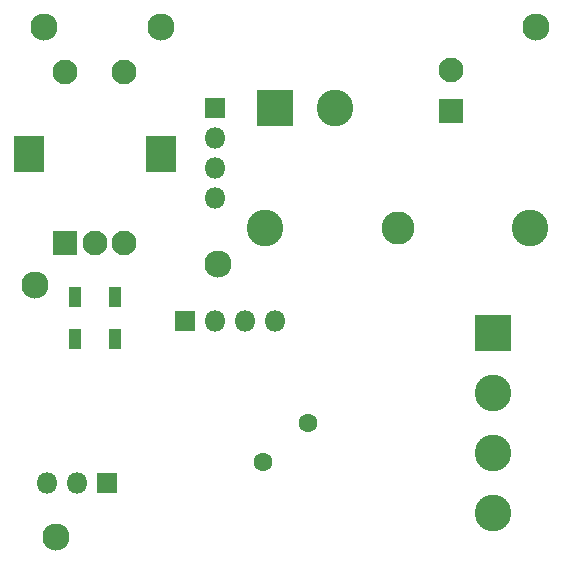
<source format=gbr>
%TF.GenerationSoftware,KiCad,Pcbnew,5.1.6*%
%TF.CreationDate,2020-09-04T20:47:42+02:00*%
%TF.ProjectId,JBC_Nano_Hardware,4a42435f-4e61-46e6-9f5f-486172647761,rev?*%
%TF.SameCoordinates,Original*%
%TF.FileFunction,Soldermask,Bot*%
%TF.FilePolarity,Negative*%
%FSLAX46Y46*%
G04 Gerber Fmt 4.6, Leading zero omitted, Abs format (unit mm)*
G04 Created by KiCad (PCBNEW 5.1.6) date 2020-09-04 20:47:42*
%MOMM*%
%LPD*%
G01*
G04 APERTURE LIST*
%ADD10C,2.300000*%
%ADD11R,2.100000X2.100000*%
%ADD12C,2.100000*%
%ADD13C,3.100000*%
%ADD14C,2.800000*%
%ADD15R,3.100000X3.100000*%
%ADD16R,1.800000X1.800000*%
%ADD17O,1.800000X1.800000*%
%ADD18R,2.600000X3.100000*%
%ADD19R,1.000000X1.800000*%
%ADD20C,1.600000*%
G04 APERTURE END LIST*
D10*
%TO.C,REF\u002A\u002A*%
X26924000Y-68326000D03*
%TD*%
%TO.C,REF\u002A\u002A*%
X67564000Y-25146000D03*
%TD*%
%TO.C,REF\u002A\u002A*%
X40640000Y-45212000D03*
%TD*%
%TO.C,REF\u002A\u002A*%
X25146000Y-46990000D03*
%TD*%
%TO.C,REF\u002A\u002A*%
X35814000Y-25146000D03*
%TD*%
%TO.C,REF\u002A\u002A*%
X25908000Y-25146000D03*
%TD*%
D11*
%TO.C,C9*%
X60325000Y-32258000D03*
D12*
X60325000Y-28758000D03*
%TD*%
D13*
%TO.C,F1*%
X67056000Y-42164000D03*
X44556000Y-42164000D03*
D14*
X55806000Y-42164000D03*
%TD*%
D15*
%TO.C,J1*%
X45466000Y-32004000D03*
D13*
X50546000Y-32004000D03*
%TD*%
D16*
%TO.C,J3*%
X37846000Y-50038000D03*
D17*
X40386000Y-50038000D03*
X42926000Y-50038000D03*
X45466000Y-50038000D03*
%TD*%
D16*
%TO.C,J4*%
X31242000Y-63754000D03*
D17*
X28702000Y-63754000D03*
X26162000Y-63754000D03*
%TD*%
D16*
%TO.C,J5*%
X40386000Y-32004000D03*
D17*
X40386000Y-34544000D03*
X40386000Y-37084000D03*
X40386000Y-39624000D03*
%TD*%
D12*
%TO.C,SW1*%
X32686000Y-28934000D03*
X27686000Y-28934000D03*
D18*
X35786000Y-35934000D03*
X24586000Y-35934000D03*
D12*
X32686000Y-43434000D03*
X30186000Y-43434000D03*
D11*
X27686000Y-43434000D03*
%TD*%
D19*
%TO.C,SW2*%
X31926000Y-51562000D03*
X28526000Y-51562000D03*
%TD*%
%TO.C,SW3*%
X31926000Y-48006000D03*
X28526000Y-48006000D03*
%TD*%
D13*
%TO.C,J2*%
X63881000Y-56134000D03*
X63881000Y-61214000D03*
D15*
X63881000Y-51054000D03*
D13*
X63881000Y-66294000D03*
%TD*%
D20*
%TO.C,TP1*%
X48260000Y-58674000D03*
%TD*%
%TO.C,TP2*%
X44424600Y-62001400D03*
%TD*%
M02*

</source>
